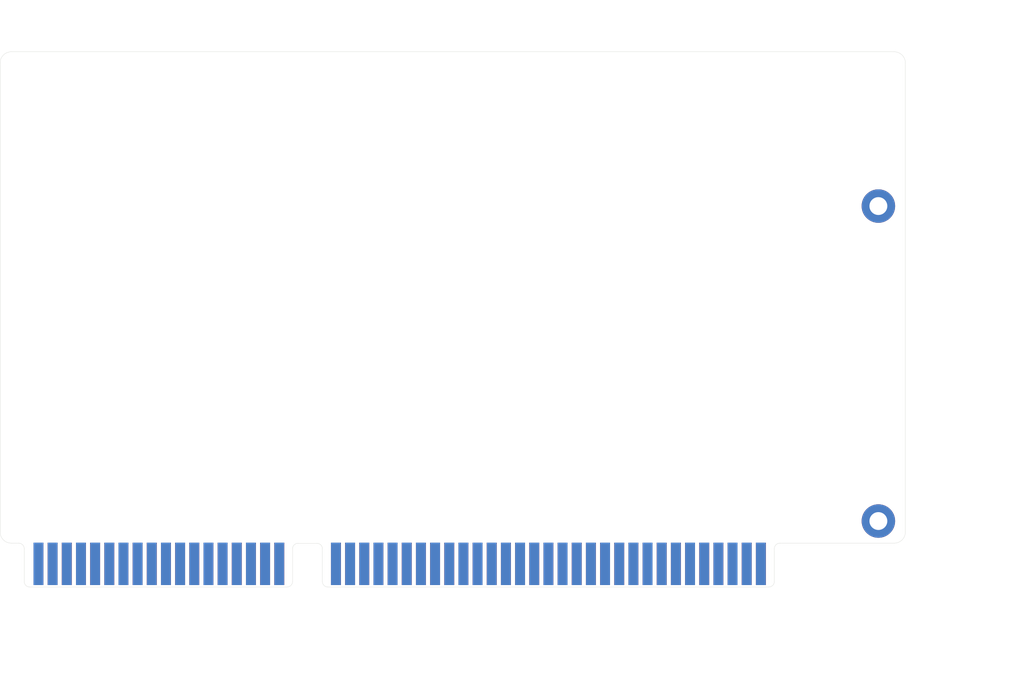
<source format=kicad_pcb>
(kicad_pcb (version 20221018) (generator pcbnew)
  (title_block (title "ISA Template 16Bit"))
  (layers (0 "F.Cu" signal) (31 "B.Cu" signal) (34 "B.Paste" user) (35 "F.Paste" user) (36 "B.SilkS" user "B.Silkscreen") (37 "F.SilkS" user "F.Silkscreen") (38 "B.Mask" user) (39 "F.Mask" user) (44 "Edge.Cuts" user))
  (net 0 "")
  (footprint "68k:ISA16_Edge" (layer "F.Cu") (at 193.544907 130.6322)
    (fp_text reference "J1" hide)
    (fp_text value "KEYSTONE_9202")
    (pad "1" connect rect (at 3.197893 0.156) (size 1.78 7.62) (layers "B.Cu" "B.Mask"))
    (pad "2" connect rect (at 0.657893 0.156) (size 1.78 7.62) (layers "B.Cu" "B.Mask"))
    (pad "3" connect rect (at -1.882107 0.156) (size 1.78 7.62) (layers "B.Cu" "B.Mask"))
    (pad "4" connect rect (at -4.422107 0.156) (size 1.78 7.62) (layers "B.Cu" "B.Mask"))
    (pad "5" connect rect (at -6.962107 0.156) (size 1.78 7.62) (layers "B.Cu" "B.Mask"))
    (pad "6" connect rect (at -9.502107 0.156) (size 1.78 7.62) (layers "B.Cu" "B.Mask"))
    (pad "7" connect rect (at -12.042107 0.156) (size 1.78 7.62) (layers "B.Cu" "B.Mask"))
    (pad "8" connect rect (at -14.582107 0.156) (size 1.78 7.62) (layers "B.Cu" "B.Mask"))
    (pad "9" connect rect (at -17.122107 0.156) (size 1.78 7.62) (layers "B.Cu" "B.Mask"))
    (pad "10" connect rect (at -19.662107 0.156) (size 1.78 7.62) (layers "B.Cu" "B.Mask"))
    (pad "11" connect rect (at -22.202107 0.156) (size 1.78 7.62) (layers "B.Cu" "B.Mask"))
    (pad "12" connect rect (at -24.742107 0.156) (size 1.78 7.62) (layers "B.Cu" "B.Mask"))
    (pad "13" connect rect (at -27.282107 0.156) (size 1.78 7.62) (layers "B.Cu" "B.Mask"))
    (pad "14" connect rect (at -29.822107 0.156) (size 1.78 7.62) (layers "B.Cu" "B.Mask"))
    (pad "15" connect rect (at -32.362107 0.156) (size 1.78 7.62) (layers "B.Cu" "B.Mask"))
    (pad "16" connect rect (at -34.902107 0.156) (size 1.78 7.62) (layers "B.Cu" "B.Mask"))
    (pad "17" connect rect (at -37.442107 0.156) (size 1.78 7.62) (layers "B.Cu" "B.Mask"))
    (pad "18" connect rect (at -39.982107 0.156) (size 1.78 7.62) (layers "B.Cu" "B.Mask"))
    (pad "19" connect rect (at -42.522107 0.156) (size 1.78 7.62) (layers "B.Cu" "B.Mask"))
    (pad "20" connect rect (at -45.062107 0.156) (size 1.78 7.62) (layers "B.Cu" "B.Mask"))
    (pad "21" connect rect (at -47.602107 0.156) (size 1.78 7.62) (layers "B.Cu" "B.Mask"))
    (pad "22" connect rect (at -50.142107 0.156) (size 1.78 7.62) (layers "B.Cu" "B.Mask"))
    (pad "23" connect rect (at -52.682107 0.156) (size 1.78 7.62) (layers "B.Cu" "B.Mask"))
    (pad "24" connect rect (at -55.222107 0.156) (size 1.78 7.62) (layers "B.Cu" "B.Mask"))
    (pad "25" connect rect (at -57.762107 0.156) (size 1.78 7.62) (layers "B.Cu" "B.Mask"))
    (pad "26" connect rect (at -60.302107 0.156) (size 1.78 7.62) (layers "B.Cu" "B.Mask"))
    (pad "27" connect rect (at -62.842107 0.156) (size 1.78 7.62) (layers "B.Cu" "B.Mask"))
    (pad "28" connect rect (at -65.382107 0.156) (size 1.78 7.62) (layers "B.Cu" "B.Mask"))
    (pad "29" connect rect (at -67.922107 0.156) (size 1.78 7.62) (layers "B.Cu" "B.Mask"))
    (pad "30" connect rect (at -70.462107 0.156) (size 1.78 7.62) (layers "B.Cu" "B.Mask"))
    (pad "31" connect rect (at -73.002107 0.156) (size 1.78 7.62) (layers "B.Cu" "B.Mask"))
    (pad "32" connect rect (at 3.197893 0.156) (size 1.78 7.62) (layers "F.Cu" "F.Mask"))
    (pad "33" connect rect (at 0.657893 0.156) (size 1.78 7.62) (layers "F.Cu" "F.Mask"))
    (pad "34" connect rect (at -1.882107 0.156) (size 1.78 7.62) (layers "F.Cu" "F.Mask"))
    (pad "35" connect rect (at -4.422107 0.156) (size 1.78 7.62) (layers "F.Cu" "F.Mask"))
    (pad "36" connect rect (at -6.962107 0.156) (size 1.78 7.62) (layers "F.Cu" "F.Mask"))
    (pad "37" connect rect (at -9.502107 0.156) (size 1.78 7.62) (layers "F.Cu" "F.Mask"))
    (pad "38" connect rect (at -12.042107 0.156) (size 1.78 7.62) (layers "F.Cu" "F.Mask"))
    (pad "39" connect rect (at -14.582107 0.156) (size 1.78 7.62) (layers "F.Cu" "F.Mask"))
    (pad "40" connect rect (at -17.122107 0.156) (size 1.78 7.62) (layers "F.Cu" "F.Mask"))
    (pad "41" connect rect (at -19.662107 0.156) (size 1.78 7.62) (layers "F.Cu" "F.Mask"))
    (pad "42" connect rect (at -22.202107 0.156) (size 1.78 7.62) (layers "F.Cu" "F.Mask"))
    (pad "43" connect rect (at -24.742107 0.156) (size 1.78 7.62) (layers "F.Cu" "F.Mask"))
    (pad "44" connect rect (at -27.282107 0.156) (size 1.78 7.62) (layers "F.Cu" "F.Mask"))
    (pad "45" connect rect (at -29.822107 0.156) (size 1.78 7.62) (layers "F.Cu" "F.Mask"))
    (pad "46" connect rect (at -32.362107 0.156) (size 1.78 7.62) (layers "F.Cu" "F.Mask"))
    (pad "47" connect rect (at -34.902107 0.156) (size 1.78 7.62) (layers "F.Cu" "F.Mask"))
    (pad "48" connect rect (at -37.442107 0.156) (size 1.78 7.62) (layers "F.Cu" "F.Mask"))
    (pad "49" connect rect (at -39.982107 0.156) (size 1.78 7.62) (layers "F.Cu" "F.Mask"))
    (pad "50" connect rect (at -42.522107 0.156) (size 1.78 7.62) (layers "F.Cu" "F.Mask"))
    (pad "51" connect rect (at -45.062107 0.156) (size 1.78 7.62) (layers "F.Cu" "F.Mask"))
    (pad "52" connect rect (at -47.602107 0.156) (size 1.78 7.62) (layers "F.Cu" "F.Mask"))
    (pad "53" connect rect (at -50.142107 0.156) (size 1.78 7.62) (layers "F.Cu" "F.Mask"))
    (pad "54" connect rect (at -52.682107 0.156) (size 1.78 7.62) (layers "F.Cu" "F.Mask"))
    (pad "55" connect rect (at -55.222107 0.156) (size 1.78 7.62) (layers "F.Cu" "F.Mask"))
    (pad "56" connect rect (at -57.762107 0.156) (size 1.78 7.62) (layers "F.Cu" "F.Mask"))
    (pad "57" connect rect (at -60.302107 0.156) (size 1.78 7.62) (layers "F.Cu" "F.Mask"))
    (pad "58" connect rect (at -62.842107 0.156) (size 1.78 7.62) (layers "F.Cu" "F.Mask"))
    (pad "59" connect rect (at -65.382107 0.156) (size 1.78 7.62) (layers "F.Cu" "F.Mask"))
    (pad "60" connect rect (at -67.922107 0.156) (size 1.78 7.62) (layers "F.Cu" "F.Mask"))
    (pad "61" connect rect (at -70.462107 0.156) (size 1.78 7.62) (layers "F.Cu" "F.Mask"))
    (pad "62" connect rect (at -73.002107 0.156) (size 1.78 7.62) (layers "F.Cu" "F.Mask"))
    (pad "63" connect rect (at -83.162107 0.156) (size 1.78 7.62) (layers "B.Cu" "B.Mask"))
    (pad "64" connect rect (at -85.702107 0.156) (size 1.78 7.62) (layers "B.Cu" "B.Mask"))
    (pad "65" connect rect (at -88.242107 0.156) (size 1.78 7.62) (layers "B.Cu" "B.Mask"))
    (pad "66" connect rect (at -90.782107 0.156) (size 1.78 7.62) (layers "B.Cu" "B.Mask"))
    (pad "67" connect rect (at -93.322107 0.156) (size 1.78 7.62) (layers "B.Cu" "B.Mask"))
    (pad "68" connect rect (at -95.862107 0.156) (size 1.78 7.62) (layers "B.Cu" "B.Mask"))
    (pad "69" connect rect (at -98.402107 0.156) (size 1.78 7.62) (layers "B.Cu" "B.Mask"))
    (pad "70" connect rect (at -100.942107 0.156) (size 1.78 7.62) (layers "B.Cu" "B.Mask"))
    (pad "71" connect rect (at -103.482107 0.156) (size 1.78 7.62) (layers "B.Cu" "B.Mask"))
    (pad "72" connect rect (at -106.022107 0.156) (size 1.78 7.62) (layers "B.Cu" "B.Mask"))
    (pad "73" connect rect (at -108.562107 0.156) (size 1.78 7.62) (layers "B.Cu" "B.Mask"))
    (pad "74" connect rect (at -111.102107 0.156) (size 1.78 7.62) (layers "B.Cu" "B.Mask"))
    (pad "75" connect rect (at -113.642107 0.156) (size 1.78 7.62) (layers "B.Cu" "B.Mask"))
    (pad "76" connect rect (at -116.182107 0.156) (size 1.78 7.62) (layers "B.Cu" "B.Mask"))
    (pad "77" connect rect (at -118.722107 0.156) (size 1.78 7.62) (layers "B.Cu" "B.Mask"))
    (pad "78" connect rect (at -121.262107 0.156) (size 1.78 7.62) (layers "B.Cu" "B.Mask"))
    (pad "79" connect rect (at -123.802107 0.156) (size 1.78 7.62) (layers "B.Cu" "B.Mask"))
    (pad "80" connect rect (at -126.342107 0.156) (size 1.78 7.62) (layers "B.Cu" "B.Mask"))
    (pad "81" connect rect (at -83.162107 0.156) (size 1.78 7.62) (layers "F.Cu" "F.Mask"))
    (pad "82" connect rect (at -85.702107 0.156) (size 1.78 7.62) (layers "F.Cu" "F.Mask"))
    (pad "83" connect rect (at -88.242107 0.156) (size 1.78 7.62) (layers "F.Cu" "F.Mask"))
    (pad "84" connect rect (at -90.782107 0.156) (size 1.78 7.62) (layers "F.Cu" "F.Mask"))
    (pad "85" connect rect (at -93.322107 0.156) (size 1.78 7.62) (layers "F.Cu" "F.Mask"))
    (pad "86" connect rect (at -95.862107 0.156) (size 1.78 7.62) (layers "F.Cu" "F.Mask"))
    (pad "87" connect rect (at -98.402107 0.156) (size 1.78 7.62) (layers "F.Cu" "F.Mask"))
    (pad "88" connect rect (at -100.942107 0.156) (size 1.78 7.62) (layers "F.Cu" "F.Mask"))
    (pad "89" connect rect (at -103.482107 0.156) (size 1.78 7.62) (layers "F.Cu" "F.Mask"))
    (pad "90" connect rect (at -106.022107 0.156) (size 1.78 7.62) (layers "F.Cu" "F.Mask"))
    (pad "91" connect rect (at -108.562107 0.156) (size 1.78 7.62) (layers "F.Cu" "F.Mask"))
    (pad "92" connect rect (at -111.102107 0.156) (size 1.78 7.62) (layers "F.Cu" "F.Mask"))
    (pad "93" connect rect (at -113.642107 0.156) (size 1.78 7.62) (layers "F.Cu" "F.Mask"))
    (pad "94" connect rect (at -116.182107 0.156) (size 1.78 7.62) (layers "F.Cu" "F.Mask"))
    (pad "95" connect rect (at -118.722107 0.156) (size 1.78 7.62) (layers "F.Cu" "F.Mask"))
    (pad "96" connect rect (at -121.262107 0.156) (size 1.78 7.62) (layers "F.Cu" "F.Mask"))
    (pad "97" connect rect (at -123.802107 0.156) (size 1.78 7.62) (layers "F.Cu" "F.Mask"))
    (pad "98" connect rect (at -126.342107 0.156) (size 1.78 7.62) (layers "F.Cu" "F.Mask"))
    (pad "H1" thru_hole circle (at 24.267893 -7.524) (size 6 6) (drill 3.2) (layers "*.Cu" "*.Mask"))
    (pad "H2" thru_hole circle (at 24.267893 -64.044) (size 6 6) (drill 3.2) (layers "*.Cu" "*.Mask"))
  )
  (gr_line (start 65.6508 134.9502) (end 111.767799 134.9502) (stroke (width 0.05)) (layer "Edge.Cuts"))
  (gr_line (start 200.1558 127.0762) (end 220.6508 127.0762) (stroke (width 0.05)) (layer "Edge.Cuts"))
  (gr_arc (start 60.3328 40.9062) (mid 60.918586 39.491986) (end 62.3328 38.9062) (stroke (width 0.05)) (layer "Edge.Cuts"))
  (gr_line (start 64.6508 133.9502) (end 64.6508 128.0762) (stroke (width 0.05)) (layer "Edge.Cuts"))
  (gr_arc (start 117.115292 127.0922) (mid 117.822399 127.385093) (end 118.115292 128.0922) (stroke (width 0.05)) (layer "Edge.Cuts"))
  (gr_arc (start 112.767799 128.0922) (mid 113.060692 127.385093) (end 113.767799 127.0922) (stroke (width 0.05)) (layer "Edge.Cuts"))
  (gr_line (start 112.767799 133.9502) (end 112.767799 128.0922) (stroke (width 0.05)) (layer "Edge.Cuts"))
  (gr_arc (start 222.6508 125.0762) (mid 222.065014 126.490414) (end 220.6508 127.0762) (stroke (width 0.05)) (layer "Edge.Cuts"))
  (gr_line (start 118.115292 128.0922) (end 118.115292 133.9502) (stroke (width 0.05)) (layer "Edge.Cuts"))
  (gr_line (start 119.115292 134.9502) (end 198.1558 134.9502) (stroke (width 0.05)) (layer "Edge.Cuts"))
  (gr_arc (start 220.6508 38.9062) (mid 222.065014 39.491986) (end 222.6508 40.9062) (stroke (width 0.05)) (layer "Edge.Cuts"))
  (gr_line (start 113.767799 127.0922) (end 117.115292 127.0922) (stroke (width 0.05)) (layer "Edge.Cuts"))
  (gr_arc (start 62.3328 127.0762) (mid 60.918586 126.490414) (end 60.3328 125.0762) (stroke (width 0.05)) (layer "Edge.Cuts"))
  (gr_line (start 60.3328 40.9062) (end 60.3328 125.0762) (stroke (width 0.05)) (layer "Edge.Cuts"))
  (gr_arc (start 199.1558 133.9502) (mid 198.862907 134.657307) (end 198.1558 134.9502) (stroke (width 0.05)) (layer "Edge.Cuts"))
  (gr_line (start 199.1558 133.9502) (end 199.1558 128.0762) (stroke (width 0.05)) (layer "Edge.Cuts"))
  (gr_arc (start 65.6508 134.9502) (mid 64.943693 134.657307) (end 64.6508 133.9502) (stroke (width 0.05)) (layer "Edge.Cuts"))
  (gr_line (start 222.6508 125.0762) (end 222.6508 40.9062) (stroke (width 0.05)) (layer "Edge.Cuts"))
  (gr_arc (start 119.115292 134.9502) (mid 118.408185 134.657307) (end 118.115292 133.9502) (stroke (width 0.05)) (layer "Edge.Cuts"))
  (gr_line (start 63.6508 127.0762) (end 62.3328 127.0762) (stroke (width 0.05)) (layer "Edge.Cuts"))
  (gr_arc (start 112.767799 133.9502) (mid 112.474906 134.657307) (end 111.767799 134.9502) (stroke (width 0.05)) (layer "Edge.Cuts"))
  (gr_arc (start 63.6508 127.0762) (mid 64.357907 127.369093) (end 64.6508 128.0762) (stroke (width 0.05)) (layer "Edge.Cuts"))
  (gr_line (start 220.6508 38.9062) (end 62.3328 38.9062) (stroke (width 0.05)) (layer "Edge.Cuts"))
  (gr_arc (start 199.1558 128.0762) (mid 199.448693 127.369093) (end 200.1558 127.0762) (stroke (width 0.05)) (layer "Edge.Cuts"))
)
</source>
